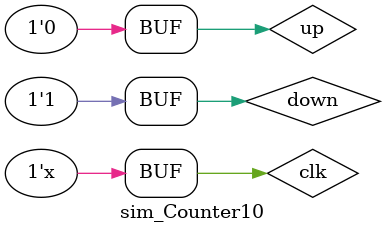
<source format=v>
`timescale 1ns / 1ps


module sim_Counter10();

    reg clk,up,down;
    wire [3:0] Numb;
    
    Counter10 my(clk,up,down,Numb);
    
    initial
    begin
        clk = 0; up = 0; down = 0;
    end
    
    always #7.5 clk <= ~clk;
    
    always
    begin
        #15 up <= 1;down <= 0;
        #15 up <= 1;down <= 0;
        #15 up <= 1;down <= 0;
        #15 up <= 1;down <= 0;
        #15 up <= 1;down <= 0;
        #15 up <= 1;down <= 0;
        #15 up <= 1;down <= 0;
        #15 up <= 1;down <= 0;
        #15 up <= 1;down <= 0;
        #15 up <= 1;down <= 0;
        #15 down <= 1;up <= 0;
        #15 down <= 1;up <= 0;
        #15 down <= 1;up <= 0;
        #15 down <= 1;up <= 0;
        #15 down <= 1;up <= 0;
        #15 down <= 1;up <= 0;
        #15 down <= 1;up <= 0;
        #15 down <= 1;up <= 0;
        #15 down <= 1;up <= 0;
        #15 down <= 1;up <= 0;
    end

endmodule

</source>
